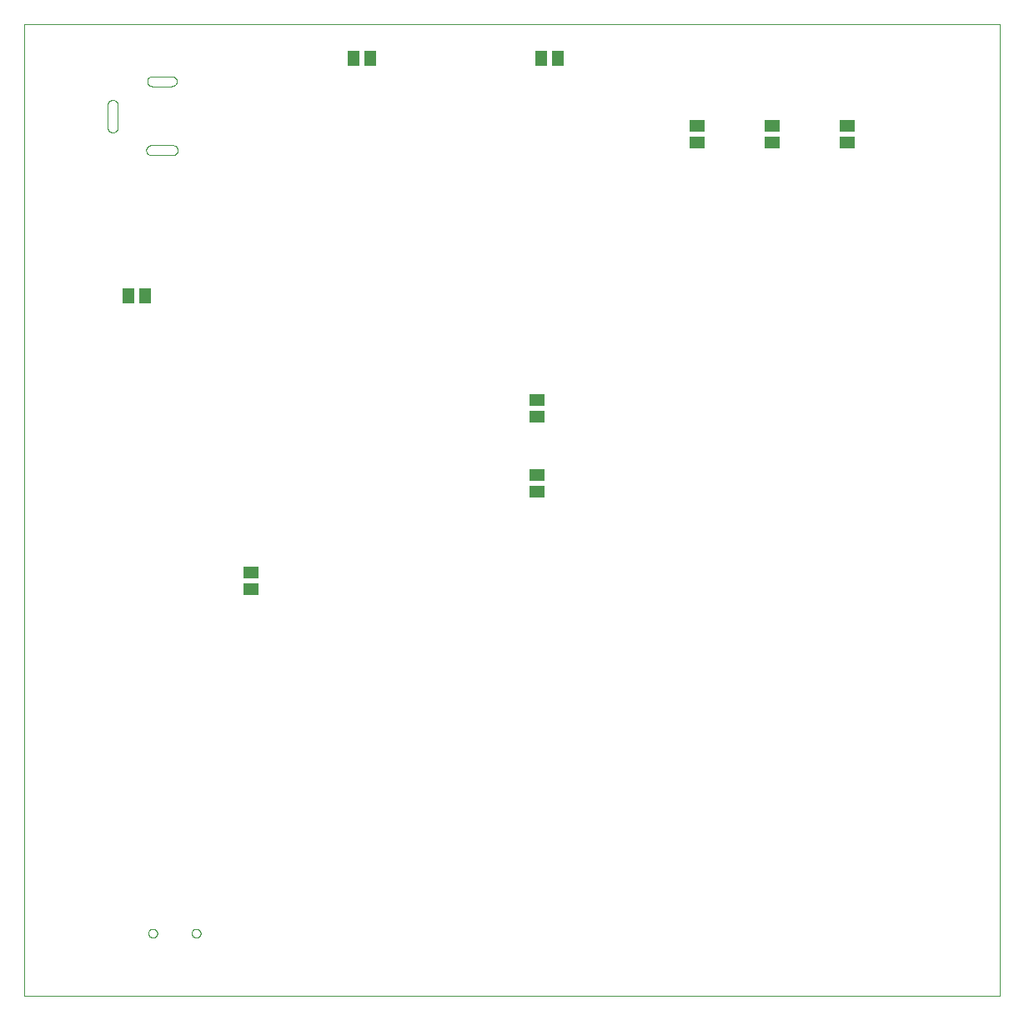
<source format=gbp>
G04 EAGLE Gerber X2 export*
%TF.Part,Single*%
%TF.FileFunction,Other,Solder paste bottom*%
%TF.FilePolarity,Positive*%
%TF.GenerationSoftware,Autodesk,EAGLE,9.1.1*%
%TF.CreationDate,2018-08-10T13:45:34Z*%
G75*
%MOMM*%
%FSLAX34Y34*%
%LPD*%
%AMOC8*
5,1,8,0,0,1.08239X$1,22.5*%
G01*
%ADD10C,0.000000*%
%ADD11R,1.500000X1.300000*%
%ADD12R,1.300000X1.500000*%


D10*
X0Y12700D02*
X990400Y12700D01*
X990400Y1000000D01*
X0Y1000000D01*
X0Y12700D01*
D11*
X520700Y601100D03*
X520700Y618100D03*
X520700Y524900D03*
X520700Y541900D03*
D10*
X125900Y76200D02*
X125902Y76334D01*
X125908Y76468D01*
X125918Y76601D01*
X125932Y76735D01*
X125950Y76868D01*
X125972Y77000D01*
X125997Y77131D01*
X126027Y77262D01*
X126061Y77392D01*
X126098Y77520D01*
X126139Y77648D01*
X126184Y77774D01*
X126233Y77899D01*
X126285Y78022D01*
X126341Y78144D01*
X126401Y78264D01*
X126464Y78382D01*
X126531Y78498D01*
X126601Y78612D01*
X126675Y78724D01*
X126752Y78834D01*
X126832Y78942D01*
X126915Y79047D01*
X127001Y79149D01*
X127090Y79249D01*
X127183Y79346D01*
X127278Y79441D01*
X127376Y79532D01*
X127476Y79621D01*
X127579Y79706D01*
X127685Y79789D01*
X127793Y79868D01*
X127903Y79944D01*
X128016Y80017D01*
X128131Y80086D01*
X128247Y80152D01*
X128366Y80214D01*
X128486Y80273D01*
X128609Y80328D01*
X128732Y80380D01*
X128857Y80427D01*
X128984Y80471D01*
X129112Y80512D01*
X129241Y80548D01*
X129371Y80581D01*
X129502Y80609D01*
X129633Y80634D01*
X129766Y80655D01*
X129899Y80672D01*
X130032Y80685D01*
X130166Y80694D01*
X130300Y80699D01*
X130434Y80700D01*
X130567Y80697D01*
X130701Y80690D01*
X130835Y80679D01*
X130968Y80664D01*
X131101Y80645D01*
X131233Y80622D01*
X131364Y80596D01*
X131494Y80565D01*
X131624Y80530D01*
X131752Y80492D01*
X131879Y80450D01*
X132005Y80404D01*
X132130Y80354D01*
X132253Y80301D01*
X132374Y80244D01*
X132494Y80183D01*
X132611Y80119D01*
X132727Y80052D01*
X132841Y79981D01*
X132952Y79906D01*
X133061Y79829D01*
X133168Y79748D01*
X133273Y79664D01*
X133374Y79577D01*
X133474Y79487D01*
X133570Y79394D01*
X133664Y79298D01*
X133755Y79199D01*
X133842Y79098D01*
X133927Y78994D01*
X134009Y78888D01*
X134087Y78780D01*
X134162Y78669D01*
X134234Y78556D01*
X134303Y78440D01*
X134368Y78323D01*
X134429Y78204D01*
X134487Y78083D01*
X134541Y77961D01*
X134592Y77837D01*
X134639Y77711D01*
X134682Y77584D01*
X134721Y77456D01*
X134757Y77327D01*
X134788Y77197D01*
X134816Y77066D01*
X134840Y76934D01*
X134860Y76801D01*
X134876Y76668D01*
X134888Y76535D01*
X134896Y76401D01*
X134900Y76267D01*
X134900Y76133D01*
X134896Y75999D01*
X134888Y75865D01*
X134876Y75732D01*
X134860Y75599D01*
X134840Y75466D01*
X134816Y75334D01*
X134788Y75203D01*
X134757Y75073D01*
X134721Y74944D01*
X134682Y74816D01*
X134639Y74689D01*
X134592Y74563D01*
X134541Y74439D01*
X134487Y74317D01*
X134429Y74196D01*
X134368Y74077D01*
X134303Y73960D01*
X134234Y73844D01*
X134162Y73731D01*
X134087Y73620D01*
X134009Y73512D01*
X133927Y73406D01*
X133842Y73302D01*
X133755Y73201D01*
X133664Y73102D01*
X133570Y73006D01*
X133474Y72913D01*
X133374Y72823D01*
X133273Y72736D01*
X133168Y72652D01*
X133061Y72571D01*
X132952Y72494D01*
X132841Y72419D01*
X132727Y72348D01*
X132611Y72281D01*
X132494Y72217D01*
X132374Y72156D01*
X132253Y72099D01*
X132130Y72046D01*
X132005Y71996D01*
X131879Y71950D01*
X131752Y71908D01*
X131624Y71870D01*
X131494Y71835D01*
X131364Y71804D01*
X131233Y71778D01*
X131101Y71755D01*
X130968Y71736D01*
X130835Y71721D01*
X130701Y71710D01*
X130567Y71703D01*
X130434Y71700D01*
X130300Y71701D01*
X130166Y71706D01*
X130032Y71715D01*
X129899Y71728D01*
X129766Y71745D01*
X129633Y71766D01*
X129502Y71791D01*
X129371Y71819D01*
X129241Y71852D01*
X129112Y71888D01*
X128984Y71929D01*
X128857Y71973D01*
X128732Y72020D01*
X128609Y72072D01*
X128486Y72127D01*
X128366Y72186D01*
X128247Y72248D01*
X128131Y72314D01*
X128016Y72383D01*
X127903Y72456D01*
X127793Y72532D01*
X127685Y72611D01*
X127579Y72694D01*
X127476Y72779D01*
X127376Y72868D01*
X127278Y72959D01*
X127183Y73054D01*
X127090Y73151D01*
X127001Y73251D01*
X126915Y73353D01*
X126832Y73458D01*
X126752Y73566D01*
X126675Y73676D01*
X126601Y73788D01*
X126531Y73902D01*
X126464Y74018D01*
X126401Y74136D01*
X126341Y74256D01*
X126285Y74378D01*
X126233Y74501D01*
X126184Y74626D01*
X126139Y74752D01*
X126098Y74880D01*
X126061Y75008D01*
X126027Y75138D01*
X125997Y75269D01*
X125972Y75400D01*
X125950Y75532D01*
X125932Y75665D01*
X125918Y75799D01*
X125908Y75932D01*
X125902Y76066D01*
X125900Y76200D01*
X169900Y76200D02*
X169902Y76334D01*
X169908Y76468D01*
X169918Y76601D01*
X169932Y76735D01*
X169950Y76868D01*
X169972Y77000D01*
X169997Y77131D01*
X170027Y77262D01*
X170061Y77392D01*
X170098Y77520D01*
X170139Y77648D01*
X170184Y77774D01*
X170233Y77899D01*
X170285Y78022D01*
X170341Y78144D01*
X170401Y78264D01*
X170464Y78382D01*
X170531Y78498D01*
X170601Y78612D01*
X170675Y78724D01*
X170752Y78834D01*
X170832Y78942D01*
X170915Y79047D01*
X171001Y79149D01*
X171090Y79249D01*
X171183Y79346D01*
X171278Y79441D01*
X171376Y79532D01*
X171476Y79621D01*
X171579Y79706D01*
X171685Y79789D01*
X171793Y79868D01*
X171903Y79944D01*
X172016Y80017D01*
X172131Y80086D01*
X172247Y80152D01*
X172366Y80214D01*
X172486Y80273D01*
X172609Y80328D01*
X172732Y80380D01*
X172857Y80427D01*
X172984Y80471D01*
X173112Y80512D01*
X173241Y80548D01*
X173371Y80581D01*
X173502Y80609D01*
X173633Y80634D01*
X173766Y80655D01*
X173899Y80672D01*
X174032Y80685D01*
X174166Y80694D01*
X174300Y80699D01*
X174434Y80700D01*
X174567Y80697D01*
X174701Y80690D01*
X174835Y80679D01*
X174968Y80664D01*
X175101Y80645D01*
X175233Y80622D01*
X175364Y80596D01*
X175494Y80565D01*
X175624Y80530D01*
X175752Y80492D01*
X175879Y80450D01*
X176005Y80404D01*
X176130Y80354D01*
X176253Y80301D01*
X176374Y80244D01*
X176494Y80183D01*
X176611Y80119D01*
X176727Y80052D01*
X176841Y79981D01*
X176952Y79906D01*
X177061Y79829D01*
X177168Y79748D01*
X177273Y79664D01*
X177374Y79577D01*
X177474Y79487D01*
X177570Y79394D01*
X177664Y79298D01*
X177755Y79199D01*
X177842Y79098D01*
X177927Y78994D01*
X178009Y78888D01*
X178087Y78780D01*
X178162Y78669D01*
X178234Y78556D01*
X178303Y78440D01*
X178368Y78323D01*
X178429Y78204D01*
X178487Y78083D01*
X178541Y77961D01*
X178592Y77837D01*
X178639Y77711D01*
X178682Y77584D01*
X178721Y77456D01*
X178757Y77327D01*
X178788Y77197D01*
X178816Y77066D01*
X178840Y76934D01*
X178860Y76801D01*
X178876Y76668D01*
X178888Y76535D01*
X178896Y76401D01*
X178900Y76267D01*
X178900Y76133D01*
X178896Y75999D01*
X178888Y75865D01*
X178876Y75732D01*
X178860Y75599D01*
X178840Y75466D01*
X178816Y75334D01*
X178788Y75203D01*
X178757Y75073D01*
X178721Y74944D01*
X178682Y74816D01*
X178639Y74689D01*
X178592Y74563D01*
X178541Y74439D01*
X178487Y74317D01*
X178429Y74196D01*
X178368Y74077D01*
X178303Y73960D01*
X178234Y73844D01*
X178162Y73731D01*
X178087Y73620D01*
X178009Y73512D01*
X177927Y73406D01*
X177842Y73302D01*
X177755Y73201D01*
X177664Y73102D01*
X177570Y73006D01*
X177474Y72913D01*
X177374Y72823D01*
X177273Y72736D01*
X177168Y72652D01*
X177061Y72571D01*
X176952Y72494D01*
X176841Y72419D01*
X176727Y72348D01*
X176611Y72281D01*
X176494Y72217D01*
X176374Y72156D01*
X176253Y72099D01*
X176130Y72046D01*
X176005Y71996D01*
X175879Y71950D01*
X175752Y71908D01*
X175624Y71870D01*
X175494Y71835D01*
X175364Y71804D01*
X175233Y71778D01*
X175101Y71755D01*
X174968Y71736D01*
X174835Y71721D01*
X174701Y71710D01*
X174567Y71703D01*
X174434Y71700D01*
X174300Y71701D01*
X174166Y71706D01*
X174032Y71715D01*
X173899Y71728D01*
X173766Y71745D01*
X173633Y71766D01*
X173502Y71791D01*
X173371Y71819D01*
X173241Y71852D01*
X173112Y71888D01*
X172984Y71929D01*
X172857Y71973D01*
X172732Y72020D01*
X172609Y72072D01*
X172486Y72127D01*
X172366Y72186D01*
X172247Y72248D01*
X172131Y72314D01*
X172016Y72383D01*
X171903Y72456D01*
X171793Y72532D01*
X171685Y72611D01*
X171579Y72694D01*
X171476Y72779D01*
X171376Y72868D01*
X171278Y72959D01*
X171183Y73054D01*
X171090Y73151D01*
X171001Y73251D01*
X170915Y73353D01*
X170832Y73458D01*
X170752Y73566D01*
X170675Y73676D01*
X170601Y73788D01*
X170531Y73902D01*
X170464Y74018D01*
X170401Y74136D01*
X170341Y74256D01*
X170285Y74378D01*
X170233Y74501D01*
X170184Y74626D01*
X170139Y74752D01*
X170098Y74880D01*
X170061Y75008D01*
X170027Y75138D01*
X169997Y75269D01*
X169972Y75400D01*
X169950Y75532D01*
X169932Y75665D01*
X169918Y75799D01*
X169908Y75932D01*
X169902Y76066D01*
X169900Y76200D01*
D12*
X105800Y723900D03*
X122800Y723900D03*
X524900Y965200D03*
X541900Y965200D03*
X334400Y965200D03*
X351400Y965200D03*
D11*
X835660Y879230D03*
X835660Y896230D03*
X759460Y879230D03*
X759460Y896230D03*
X683260Y879230D03*
X683260Y896230D03*
X229870Y425840D03*
X229870Y442840D03*
D10*
X149700Y936700D02*
X149840Y936702D01*
X149980Y936708D01*
X150120Y936718D01*
X150260Y936731D01*
X150399Y936749D01*
X150538Y936771D01*
X150675Y936796D01*
X150813Y936825D01*
X150949Y936858D01*
X151084Y936895D01*
X151218Y936936D01*
X151351Y936981D01*
X151483Y937029D01*
X151613Y937081D01*
X151742Y937136D01*
X151869Y937195D01*
X151995Y937258D01*
X152119Y937324D01*
X152240Y937393D01*
X152360Y937466D01*
X152478Y937543D01*
X152593Y937622D01*
X152707Y937705D01*
X152817Y937791D01*
X152926Y937880D01*
X153032Y937972D01*
X153135Y938067D01*
X153236Y938164D01*
X153333Y938265D01*
X153428Y938368D01*
X153520Y938474D01*
X153609Y938583D01*
X153695Y938693D01*
X153778Y938807D01*
X153857Y938922D01*
X153934Y939040D01*
X154007Y939160D01*
X154076Y939281D01*
X154142Y939405D01*
X154205Y939531D01*
X154264Y939658D01*
X154319Y939787D01*
X154371Y939917D01*
X154419Y940049D01*
X154464Y940182D01*
X154505Y940316D01*
X154542Y940451D01*
X154575Y940587D01*
X154604Y940725D01*
X154629Y940862D01*
X154651Y941001D01*
X154669Y941140D01*
X154682Y941280D01*
X154692Y941420D01*
X154698Y941560D01*
X154700Y941700D01*
X154698Y941840D01*
X154692Y941980D01*
X154682Y942120D01*
X154669Y942260D01*
X154651Y942399D01*
X154629Y942538D01*
X154604Y942675D01*
X154575Y942813D01*
X154542Y942949D01*
X154505Y943084D01*
X154464Y943218D01*
X154419Y943351D01*
X154371Y943483D01*
X154319Y943613D01*
X154264Y943742D01*
X154205Y943869D01*
X154142Y943995D01*
X154076Y944119D01*
X154007Y944240D01*
X153934Y944360D01*
X153857Y944478D01*
X153778Y944593D01*
X153695Y944707D01*
X153609Y944817D01*
X153520Y944926D01*
X153428Y945032D01*
X153333Y945135D01*
X153236Y945236D01*
X153135Y945333D01*
X153032Y945428D01*
X152926Y945520D01*
X152817Y945609D01*
X152707Y945695D01*
X152593Y945778D01*
X152478Y945857D01*
X152360Y945934D01*
X152240Y946007D01*
X152119Y946076D01*
X151995Y946142D01*
X151869Y946205D01*
X151742Y946264D01*
X151613Y946319D01*
X151483Y946371D01*
X151351Y946419D01*
X151218Y946464D01*
X151084Y946505D01*
X150949Y946542D01*
X150813Y946575D01*
X150675Y946604D01*
X150538Y946629D01*
X150399Y946651D01*
X150260Y946669D01*
X150120Y946682D01*
X149980Y946692D01*
X149840Y946698D01*
X149700Y946700D01*
X129700Y946700D02*
X129560Y946698D01*
X129420Y946692D01*
X129280Y946682D01*
X129140Y946669D01*
X129001Y946651D01*
X128862Y946629D01*
X128725Y946604D01*
X128587Y946575D01*
X128451Y946542D01*
X128316Y946505D01*
X128182Y946464D01*
X128049Y946419D01*
X127917Y946371D01*
X127787Y946319D01*
X127658Y946264D01*
X127531Y946205D01*
X127405Y946142D01*
X127281Y946076D01*
X127160Y946007D01*
X127040Y945934D01*
X126922Y945857D01*
X126807Y945778D01*
X126693Y945695D01*
X126583Y945609D01*
X126474Y945520D01*
X126368Y945428D01*
X126265Y945333D01*
X126164Y945236D01*
X126067Y945135D01*
X125972Y945032D01*
X125880Y944926D01*
X125791Y944817D01*
X125705Y944707D01*
X125622Y944593D01*
X125543Y944478D01*
X125466Y944360D01*
X125393Y944240D01*
X125324Y944119D01*
X125258Y943995D01*
X125195Y943869D01*
X125136Y943742D01*
X125081Y943613D01*
X125029Y943483D01*
X124981Y943351D01*
X124936Y943218D01*
X124895Y943084D01*
X124858Y942949D01*
X124825Y942813D01*
X124796Y942675D01*
X124771Y942538D01*
X124749Y942399D01*
X124731Y942260D01*
X124718Y942120D01*
X124708Y941980D01*
X124702Y941840D01*
X124700Y941700D01*
X124702Y941560D01*
X124708Y941420D01*
X124718Y941280D01*
X124731Y941140D01*
X124749Y941001D01*
X124771Y940862D01*
X124796Y940725D01*
X124825Y940587D01*
X124858Y940451D01*
X124895Y940316D01*
X124936Y940182D01*
X124981Y940049D01*
X125029Y939917D01*
X125081Y939787D01*
X125136Y939658D01*
X125195Y939531D01*
X125258Y939405D01*
X125324Y939281D01*
X125393Y939160D01*
X125466Y939040D01*
X125543Y938922D01*
X125622Y938807D01*
X125705Y938693D01*
X125791Y938583D01*
X125880Y938474D01*
X125972Y938368D01*
X126067Y938265D01*
X126164Y938164D01*
X126265Y938067D01*
X126368Y937972D01*
X126474Y937880D01*
X126583Y937791D01*
X126693Y937705D01*
X126807Y937622D01*
X126922Y937543D01*
X127040Y937466D01*
X127160Y937393D01*
X127281Y937324D01*
X127405Y937258D01*
X127531Y937195D01*
X127658Y937136D01*
X127787Y937081D01*
X127917Y937029D01*
X128049Y936981D01*
X128182Y936936D01*
X128316Y936895D01*
X128451Y936858D01*
X128587Y936825D01*
X128725Y936796D01*
X128862Y936771D01*
X129001Y936749D01*
X129140Y936731D01*
X129280Y936718D01*
X129420Y936708D01*
X129560Y936702D01*
X129700Y936700D01*
X149700Y936700D01*
X149700Y946700D02*
X129700Y946700D01*
X94700Y894700D02*
X94698Y894560D01*
X94692Y894420D01*
X94682Y894280D01*
X94669Y894140D01*
X94651Y894001D01*
X94629Y893862D01*
X94604Y893725D01*
X94575Y893587D01*
X94542Y893451D01*
X94505Y893316D01*
X94464Y893182D01*
X94419Y893049D01*
X94371Y892917D01*
X94319Y892787D01*
X94264Y892658D01*
X94205Y892531D01*
X94142Y892405D01*
X94076Y892281D01*
X94007Y892160D01*
X93934Y892040D01*
X93857Y891922D01*
X93778Y891807D01*
X93695Y891693D01*
X93609Y891583D01*
X93520Y891474D01*
X93428Y891368D01*
X93333Y891265D01*
X93236Y891164D01*
X93135Y891067D01*
X93032Y890972D01*
X92926Y890880D01*
X92817Y890791D01*
X92707Y890705D01*
X92593Y890622D01*
X92478Y890543D01*
X92360Y890466D01*
X92240Y890393D01*
X92119Y890324D01*
X91995Y890258D01*
X91869Y890195D01*
X91742Y890136D01*
X91613Y890081D01*
X91483Y890029D01*
X91351Y889981D01*
X91218Y889936D01*
X91084Y889895D01*
X90949Y889858D01*
X90813Y889825D01*
X90675Y889796D01*
X90538Y889771D01*
X90399Y889749D01*
X90260Y889731D01*
X90120Y889718D01*
X89980Y889708D01*
X89840Y889702D01*
X89700Y889700D01*
X89560Y889702D01*
X89420Y889708D01*
X89280Y889718D01*
X89140Y889731D01*
X89001Y889749D01*
X88862Y889771D01*
X88725Y889796D01*
X88587Y889825D01*
X88451Y889858D01*
X88316Y889895D01*
X88182Y889936D01*
X88049Y889981D01*
X87917Y890029D01*
X87787Y890081D01*
X87658Y890136D01*
X87531Y890195D01*
X87405Y890258D01*
X87281Y890324D01*
X87160Y890393D01*
X87040Y890466D01*
X86922Y890543D01*
X86807Y890622D01*
X86693Y890705D01*
X86583Y890791D01*
X86474Y890880D01*
X86368Y890972D01*
X86265Y891067D01*
X86164Y891164D01*
X86067Y891265D01*
X85972Y891368D01*
X85880Y891474D01*
X85791Y891583D01*
X85705Y891693D01*
X85622Y891807D01*
X85543Y891922D01*
X85466Y892040D01*
X85393Y892160D01*
X85324Y892281D01*
X85258Y892405D01*
X85195Y892531D01*
X85136Y892658D01*
X85081Y892787D01*
X85029Y892917D01*
X84981Y893049D01*
X84936Y893182D01*
X84895Y893316D01*
X84858Y893451D01*
X84825Y893587D01*
X84796Y893725D01*
X84771Y893862D01*
X84749Y894001D01*
X84731Y894140D01*
X84718Y894280D01*
X84708Y894420D01*
X84702Y894560D01*
X84700Y894700D01*
X84700Y917700D02*
X84702Y917840D01*
X84708Y917980D01*
X84718Y918120D01*
X84731Y918260D01*
X84749Y918399D01*
X84771Y918538D01*
X84796Y918675D01*
X84825Y918813D01*
X84858Y918949D01*
X84895Y919084D01*
X84936Y919218D01*
X84981Y919351D01*
X85029Y919483D01*
X85081Y919613D01*
X85136Y919742D01*
X85195Y919869D01*
X85258Y919995D01*
X85324Y920119D01*
X85393Y920240D01*
X85466Y920360D01*
X85543Y920478D01*
X85622Y920593D01*
X85705Y920707D01*
X85791Y920817D01*
X85880Y920926D01*
X85972Y921032D01*
X86067Y921135D01*
X86164Y921236D01*
X86265Y921333D01*
X86368Y921428D01*
X86474Y921520D01*
X86583Y921609D01*
X86693Y921695D01*
X86807Y921778D01*
X86922Y921857D01*
X87040Y921934D01*
X87160Y922007D01*
X87281Y922076D01*
X87405Y922142D01*
X87531Y922205D01*
X87658Y922264D01*
X87787Y922319D01*
X87917Y922371D01*
X88049Y922419D01*
X88182Y922464D01*
X88316Y922505D01*
X88451Y922542D01*
X88587Y922575D01*
X88725Y922604D01*
X88862Y922629D01*
X89001Y922651D01*
X89140Y922669D01*
X89280Y922682D01*
X89420Y922692D01*
X89560Y922698D01*
X89700Y922700D01*
X89840Y922698D01*
X89980Y922692D01*
X90120Y922682D01*
X90260Y922669D01*
X90399Y922651D01*
X90538Y922629D01*
X90675Y922604D01*
X90813Y922575D01*
X90949Y922542D01*
X91084Y922505D01*
X91218Y922464D01*
X91351Y922419D01*
X91483Y922371D01*
X91613Y922319D01*
X91742Y922264D01*
X91869Y922205D01*
X91995Y922142D01*
X92119Y922076D01*
X92240Y922007D01*
X92360Y921934D01*
X92478Y921857D01*
X92593Y921778D01*
X92707Y921695D01*
X92817Y921609D01*
X92926Y921520D01*
X93032Y921428D01*
X93135Y921333D01*
X93236Y921236D01*
X93333Y921135D01*
X93428Y921032D01*
X93520Y920926D01*
X93609Y920817D01*
X93695Y920707D01*
X93778Y920593D01*
X93857Y920478D01*
X93934Y920360D01*
X94007Y920240D01*
X94076Y920119D01*
X94142Y919995D01*
X94205Y919869D01*
X94264Y919742D01*
X94319Y919613D01*
X94371Y919483D01*
X94419Y919351D01*
X94464Y919218D01*
X94505Y919084D01*
X94542Y918949D01*
X94575Y918813D01*
X94604Y918675D01*
X94629Y918538D01*
X94651Y918399D01*
X94669Y918260D01*
X94682Y918120D01*
X94692Y917980D01*
X94698Y917840D01*
X94700Y917700D01*
X84700Y917700D02*
X84700Y894700D01*
X94700Y894700D02*
X94700Y917700D01*
X150700Y876700D02*
X150840Y876698D01*
X150980Y876692D01*
X151120Y876682D01*
X151260Y876669D01*
X151399Y876651D01*
X151538Y876629D01*
X151675Y876604D01*
X151813Y876575D01*
X151949Y876542D01*
X152084Y876505D01*
X152218Y876464D01*
X152351Y876419D01*
X152483Y876371D01*
X152613Y876319D01*
X152742Y876264D01*
X152869Y876205D01*
X152995Y876142D01*
X153119Y876076D01*
X153240Y876007D01*
X153360Y875934D01*
X153478Y875857D01*
X153593Y875778D01*
X153707Y875695D01*
X153817Y875609D01*
X153926Y875520D01*
X154032Y875428D01*
X154135Y875333D01*
X154236Y875236D01*
X154333Y875135D01*
X154428Y875032D01*
X154520Y874926D01*
X154609Y874817D01*
X154695Y874707D01*
X154778Y874593D01*
X154857Y874478D01*
X154934Y874360D01*
X155007Y874240D01*
X155076Y874119D01*
X155142Y873995D01*
X155205Y873869D01*
X155264Y873742D01*
X155319Y873613D01*
X155371Y873483D01*
X155419Y873351D01*
X155464Y873218D01*
X155505Y873084D01*
X155542Y872949D01*
X155575Y872813D01*
X155604Y872675D01*
X155629Y872538D01*
X155651Y872399D01*
X155669Y872260D01*
X155682Y872120D01*
X155692Y871980D01*
X155698Y871840D01*
X155700Y871700D01*
X155698Y871560D01*
X155692Y871420D01*
X155682Y871280D01*
X155669Y871140D01*
X155651Y871001D01*
X155629Y870862D01*
X155604Y870725D01*
X155575Y870587D01*
X155542Y870451D01*
X155505Y870316D01*
X155464Y870182D01*
X155419Y870049D01*
X155371Y869917D01*
X155319Y869787D01*
X155264Y869658D01*
X155205Y869531D01*
X155142Y869405D01*
X155076Y869281D01*
X155007Y869160D01*
X154934Y869040D01*
X154857Y868922D01*
X154778Y868807D01*
X154695Y868693D01*
X154609Y868583D01*
X154520Y868474D01*
X154428Y868368D01*
X154333Y868265D01*
X154236Y868164D01*
X154135Y868067D01*
X154032Y867972D01*
X153926Y867880D01*
X153817Y867791D01*
X153707Y867705D01*
X153593Y867622D01*
X153478Y867543D01*
X153360Y867466D01*
X153240Y867393D01*
X153119Y867324D01*
X152995Y867258D01*
X152869Y867195D01*
X152742Y867136D01*
X152613Y867081D01*
X152483Y867029D01*
X152351Y866981D01*
X152218Y866936D01*
X152084Y866895D01*
X151949Y866858D01*
X151813Y866825D01*
X151675Y866796D01*
X151538Y866771D01*
X151399Y866749D01*
X151260Y866731D01*
X151120Y866718D01*
X150980Y866708D01*
X150840Y866702D01*
X150700Y866700D01*
X128700Y866700D02*
X128560Y866702D01*
X128420Y866708D01*
X128280Y866718D01*
X128140Y866731D01*
X128001Y866749D01*
X127862Y866771D01*
X127725Y866796D01*
X127587Y866825D01*
X127451Y866858D01*
X127316Y866895D01*
X127182Y866936D01*
X127049Y866981D01*
X126917Y867029D01*
X126787Y867081D01*
X126658Y867136D01*
X126531Y867195D01*
X126405Y867258D01*
X126281Y867324D01*
X126160Y867393D01*
X126040Y867466D01*
X125922Y867543D01*
X125807Y867622D01*
X125693Y867705D01*
X125583Y867791D01*
X125474Y867880D01*
X125368Y867972D01*
X125265Y868067D01*
X125164Y868164D01*
X125067Y868265D01*
X124972Y868368D01*
X124880Y868474D01*
X124791Y868583D01*
X124705Y868693D01*
X124622Y868807D01*
X124543Y868922D01*
X124466Y869040D01*
X124393Y869160D01*
X124324Y869281D01*
X124258Y869405D01*
X124195Y869531D01*
X124136Y869658D01*
X124081Y869787D01*
X124029Y869917D01*
X123981Y870049D01*
X123936Y870182D01*
X123895Y870316D01*
X123858Y870451D01*
X123825Y870587D01*
X123796Y870725D01*
X123771Y870862D01*
X123749Y871001D01*
X123731Y871140D01*
X123718Y871280D01*
X123708Y871420D01*
X123702Y871560D01*
X123700Y871700D01*
X123702Y871840D01*
X123708Y871980D01*
X123718Y872120D01*
X123731Y872260D01*
X123749Y872399D01*
X123771Y872538D01*
X123796Y872675D01*
X123825Y872813D01*
X123858Y872949D01*
X123895Y873084D01*
X123936Y873218D01*
X123981Y873351D01*
X124029Y873483D01*
X124081Y873613D01*
X124136Y873742D01*
X124195Y873869D01*
X124258Y873995D01*
X124324Y874119D01*
X124393Y874240D01*
X124466Y874360D01*
X124543Y874478D01*
X124622Y874593D01*
X124705Y874707D01*
X124791Y874817D01*
X124880Y874926D01*
X124972Y875032D01*
X125067Y875135D01*
X125164Y875236D01*
X125265Y875333D01*
X125368Y875428D01*
X125474Y875520D01*
X125583Y875609D01*
X125693Y875695D01*
X125807Y875778D01*
X125922Y875857D01*
X126040Y875934D01*
X126160Y876007D01*
X126281Y876076D01*
X126405Y876142D01*
X126531Y876205D01*
X126658Y876264D01*
X126787Y876319D01*
X126917Y876371D01*
X127049Y876419D01*
X127182Y876464D01*
X127316Y876505D01*
X127451Y876542D01*
X127587Y876575D01*
X127725Y876604D01*
X127862Y876629D01*
X128001Y876651D01*
X128140Y876669D01*
X128280Y876682D01*
X128420Y876692D01*
X128560Y876698D01*
X128700Y876700D01*
X150700Y876700D01*
X150700Y866700D02*
X128700Y866700D01*
M02*

</source>
